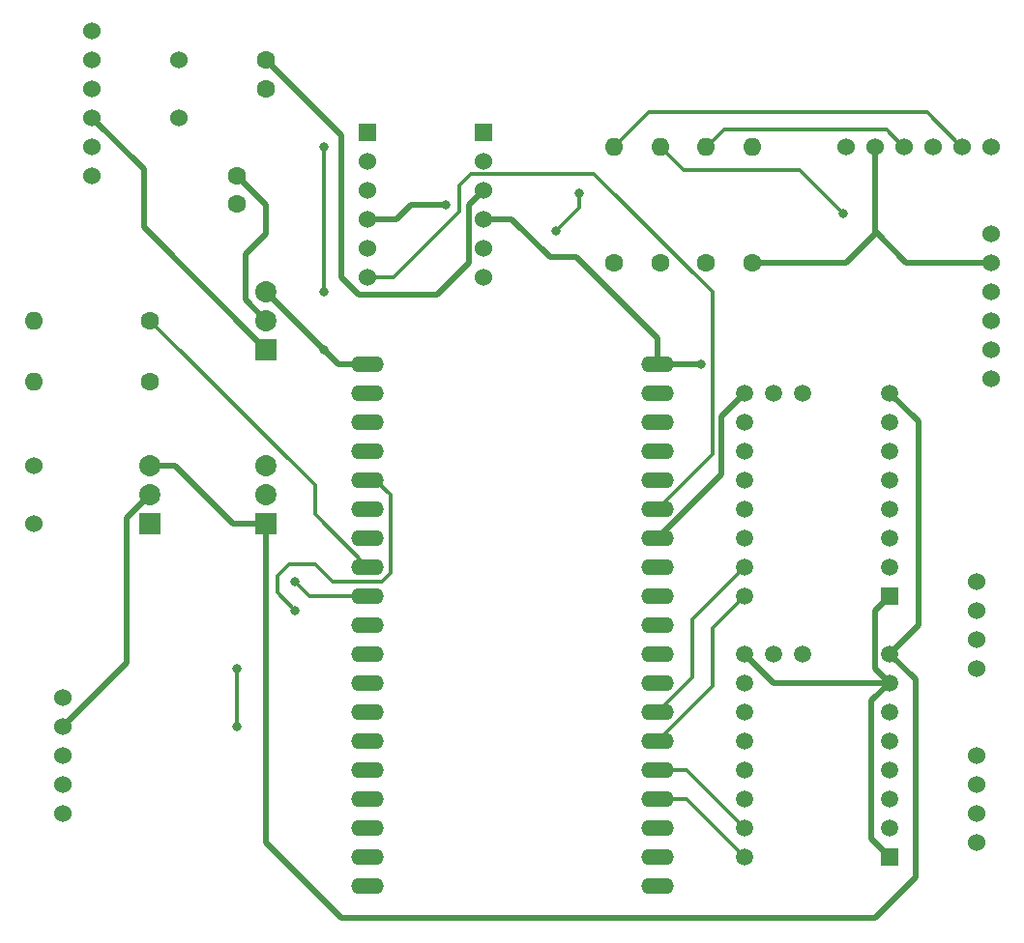
<source format=gbl>
G04 #@! TF.GenerationSoftware,KiCad,Pcbnew,7.0.5*
G04 #@! TF.CreationDate,2024-04-09T17:23:45-07:00*
G04 #@! TF.ProjectId,ClinicV12,436c696e-6963-4563-9132-2e6b69636164,rev?*
G04 #@! TF.SameCoordinates,Original*
G04 #@! TF.FileFunction,Copper,L2,Bot*
G04 #@! TF.FilePolarity,Positive*
%FSLAX46Y46*%
G04 Gerber Fmt 4.6, Leading zero omitted, Abs format (unit mm)*
G04 Created by KiCad (PCBNEW 7.0.5) date 2024-04-09 17:23:45*
%MOMM*%
%LPD*%
G01*
G04 APERTURE LIST*
G04 #@! TA.AperFunction,ComponentPad*
%ADD10R,1.508000X1.508000*%
G04 #@! TD*
G04 #@! TA.AperFunction,ComponentPad*
%ADD11C,1.508000*%
G04 #@! TD*
G04 #@! TA.AperFunction,ComponentPad*
%ADD12R,1.860000X1.860000*%
G04 #@! TD*
G04 #@! TA.AperFunction,ComponentPad*
%ADD13C,1.860000*%
G04 #@! TD*
G04 #@! TA.AperFunction,ComponentPad*
%ADD14C,1.524000*%
G04 #@! TD*
G04 #@! TA.AperFunction,ComponentPad*
%ADD15C,1.600000*%
G04 #@! TD*
G04 #@! TA.AperFunction,ComponentPad*
%ADD16O,1.600000X1.600000*%
G04 #@! TD*
G04 #@! TA.AperFunction,ComponentPad*
%ADD17O,2.844800X1.422400*%
G04 #@! TD*
G04 #@! TA.AperFunction,ComponentPad*
%ADD18R,1.524000X1.524000*%
G04 #@! TD*
G04 #@! TA.AperFunction,ViaPad*
%ADD19C,0.800000*%
G04 #@! TD*
G04 #@! TA.AperFunction,Conductor*
%ADD20C,0.500000*%
G04 #@! TD*
G04 #@! TA.AperFunction,Conductor*
%ADD21C,0.300000*%
G04 #@! TD*
G04 APERTURE END LIST*
D10*
X193562000Y-141464000D03*
D11*
X193562000Y-138924000D03*
X193562000Y-136384000D03*
X193562000Y-133844000D03*
X193562000Y-131304000D03*
X193562000Y-128764000D03*
X193562000Y-126224000D03*
X193562000Y-123684000D03*
X180862000Y-141464000D03*
X180862000Y-138924000D03*
X180862000Y-136384000D03*
X180862000Y-133844000D03*
X180862000Y-131304000D03*
X180862000Y-128764000D03*
X180862000Y-126224000D03*
X180862000Y-123684000D03*
X185942000Y-123684000D03*
X183402000Y-123684000D03*
D12*
X138952000Y-97014000D03*
D13*
X138952000Y-94474000D03*
X138952000Y-91934000D03*
D14*
X121172000Y-127494000D03*
X121172000Y-130034000D03*
X121172000Y-132574000D03*
X121172000Y-135114000D03*
X121172000Y-137654000D03*
D15*
X138952000Y-74154000D03*
X138952000Y-71654000D03*
D14*
X202452000Y-86854000D03*
X202452000Y-89394000D03*
X202452000Y-91934000D03*
X202452000Y-94474000D03*
X202452000Y-97014000D03*
X202452000Y-99554000D03*
D15*
X169432000Y-89394000D03*
D16*
X169432000Y-79234000D03*
D14*
X189752000Y-79234000D03*
X192292000Y-79234000D03*
X194832000Y-79234000D03*
X197372000Y-79234000D03*
X199912000Y-79234000D03*
X202452000Y-79234000D03*
D12*
X138952000Y-112254000D03*
D13*
X138952000Y-109714000D03*
X138952000Y-107174000D03*
D12*
X128792000Y-112254000D03*
D13*
X128792000Y-109714000D03*
X128792000Y-107174000D03*
D14*
X201182000Y-117334000D03*
X201182000Y-119874000D03*
X201182000Y-122414000D03*
X201182000Y-124954000D03*
D17*
X147842000Y-98284000D03*
X147842000Y-100824000D03*
X147842000Y-131304000D03*
X173242000Y-98284000D03*
X173242000Y-113524000D03*
X173242000Y-131304000D03*
X173242000Y-133844000D03*
X173242000Y-128764000D03*
X173242000Y-121144000D03*
X173242000Y-144004000D03*
X173242000Y-141464000D03*
X173242000Y-138924000D03*
X147842000Y-136384000D03*
X147842000Y-138924000D03*
X147842000Y-141464000D03*
X147842000Y-128764000D03*
X147842000Y-133844000D03*
X147842000Y-126224000D03*
X173242000Y-136384000D03*
X173242000Y-126224000D03*
X173242000Y-123684000D03*
X173242000Y-118604000D03*
X173242000Y-116064000D03*
X173242000Y-110984000D03*
X173242000Y-103364000D03*
X173242000Y-100824000D03*
X147842000Y-118604000D03*
X147842000Y-121144000D03*
X147842000Y-123684000D03*
X147842000Y-113524000D03*
X147842000Y-116064000D03*
X147842000Y-108444000D03*
X147842000Y-110984000D03*
X147842000Y-103364000D03*
X147842000Y-105904000D03*
X173242000Y-108444000D03*
X173242000Y-105904000D03*
X147842000Y-144004000D03*
D15*
X128792000Y-94474000D03*
D16*
X118632000Y-94474000D03*
D10*
X193562000Y-118604000D03*
D11*
X193562000Y-116064000D03*
X193562000Y-113524000D03*
X193562000Y-110984000D03*
X193562000Y-108444000D03*
X193562000Y-105904000D03*
X193562000Y-103364000D03*
X193562000Y-100824000D03*
X180862000Y-118604000D03*
X180862000Y-116064000D03*
X180862000Y-113524000D03*
X180862000Y-110984000D03*
X180862000Y-108444000D03*
X180862000Y-105904000D03*
X180862000Y-103364000D03*
X180862000Y-100824000D03*
X185942000Y-100824000D03*
X183402000Y-100824000D03*
D14*
X123712000Y-81774000D03*
X123712000Y-79234000D03*
X123712000Y-76694000D03*
X123712000Y-74154000D03*
X123712000Y-71614000D03*
X123712000Y-69074000D03*
D15*
X173482000Y-89394000D03*
D16*
X173482000Y-79234000D03*
D15*
X177532000Y-89394000D03*
D16*
X177532000Y-79234000D03*
D15*
X136412000Y-84274000D03*
X136412000Y-81774000D03*
X128792000Y-99808000D03*
D16*
X118632000Y-99808000D03*
D14*
X131332000Y-76694000D03*
X131332000Y-71614000D03*
X118632000Y-112254000D03*
X118632000Y-107174000D03*
D15*
X181582000Y-89394000D03*
D16*
X181582000Y-79234000D03*
D14*
X158002000Y-85584000D03*
X147842000Y-85584000D03*
X158002000Y-83044000D03*
D18*
X158002000Y-77964000D03*
D14*
X158002000Y-80504000D03*
X158002000Y-88124000D03*
X158002000Y-90664000D03*
X147842000Y-83044000D03*
D18*
X147842000Y-77964000D03*
D14*
X147842000Y-80504000D03*
X147842000Y-88124000D03*
X147842000Y-90664000D03*
X201182000Y-132574000D03*
X201182000Y-135114000D03*
X201182000Y-137654000D03*
X201182000Y-140194000D03*
D19*
X177052500Y-98298000D03*
X154686000Y-84328000D03*
X144032000Y-97014000D03*
X189484000Y-85090000D03*
X164338000Y-86614000D03*
X166370000Y-83312000D03*
X136412000Y-130034000D03*
X136412000Y-124954000D03*
X141492000Y-119874000D03*
X144032000Y-91934000D03*
X141492000Y-117334000D03*
X144032000Y-79234000D03*
D20*
X137160000Y-88646000D02*
X137160000Y-92682000D01*
X192292000Y-119874000D02*
X192292000Y-124954000D01*
X166130000Y-88900000D02*
X173242000Y-96012000D01*
X193562000Y-126224000D02*
X193548000Y-126238000D01*
X192292000Y-124954000D02*
X193562000Y-126224000D01*
X126746000Y-124460000D02*
X126746000Y-111760000D01*
X178816000Y-107950000D02*
X178816000Y-102870000D01*
X173242000Y-96012000D02*
X173242000Y-98284000D01*
X178816000Y-102870000D02*
X180862000Y-100824000D01*
X154672000Y-84314000D02*
X154686000Y-84328000D01*
X183416000Y-126238000D02*
X180862000Y-123684000D01*
X173242000Y-113524000D02*
X178816000Y-107950000D01*
X192002050Y-127783950D02*
X192002050Y-139904050D01*
X150382000Y-85584000D02*
X151652000Y-84314000D01*
X192002050Y-139904050D02*
X193562000Y-141464000D01*
X160514000Y-85584000D02*
X163830000Y-88900000D01*
X193548000Y-126238000D02*
X183416000Y-126238000D01*
X193562000Y-126224000D02*
X192002050Y-127783950D01*
X151652000Y-84314000D02*
X154672000Y-84314000D01*
X193562000Y-118604000D02*
X192292000Y-119874000D01*
X137160000Y-92682000D02*
X138952000Y-94474000D01*
X121172000Y-130034000D02*
X126746000Y-124460000D01*
X163830000Y-88900000D02*
X166130000Y-88900000D01*
X173256000Y-98298000D02*
X173242000Y-98284000D01*
X138952000Y-86854000D02*
X137160000Y-88646000D01*
X147842000Y-85584000D02*
X150382000Y-85584000D01*
X126746000Y-111760000D02*
X128792000Y-109714000D01*
X177052500Y-98298000D02*
X173256000Y-98298000D01*
X138952000Y-84314000D02*
X138952000Y-86854000D01*
X136412000Y-81774000D02*
X138952000Y-84314000D01*
X158002000Y-85584000D02*
X160514000Y-85584000D01*
X195058000Y-89394000D02*
X192292000Y-86628000D01*
X145542000Y-78244000D02*
X145542000Y-90678000D01*
X192292000Y-79234000D02*
X192292000Y-86854000D01*
X128270000Y-81252000D02*
X123712000Y-76694000D01*
X156732000Y-89394000D02*
X156732000Y-84314000D01*
X128270000Y-86332000D02*
X128270000Y-81252000D01*
X138952000Y-97014000D02*
X128270000Y-86332000D01*
X156732000Y-84314000D02*
X158002000Y-83044000D01*
X145542000Y-90678000D02*
X147066000Y-92202000D01*
X147066000Y-92202000D02*
X153924000Y-92202000D01*
X192292000Y-86628000D02*
X192292000Y-79234000D01*
X189752000Y-89394000D02*
X181582000Y-89394000D01*
X192292000Y-86854000D02*
X189752000Y-89394000D01*
X202452000Y-89394000D02*
X195058000Y-89394000D01*
X138952000Y-71654000D02*
X145542000Y-78244000D01*
X153924000Y-92202000D02*
X156732000Y-89394000D01*
X147842000Y-98284000D02*
X145302000Y-98284000D01*
X144032000Y-97014000D02*
X145302000Y-98284000D01*
X144032000Y-97014000D02*
X138952000Y-91934000D01*
X192278000Y-146812000D02*
X145570000Y-146812000D01*
X145570000Y-146812000D02*
X138952000Y-140194000D01*
X131050000Y-107174000D02*
X128792000Y-107174000D01*
X138952000Y-140194000D02*
X138952000Y-112254000D01*
X193562000Y-123684000D02*
X195834000Y-125956000D01*
X195834000Y-143256000D02*
X192278000Y-146812000D01*
X196088000Y-121158000D02*
X193562000Y-123684000D01*
X138952000Y-112254000D02*
X136130000Y-112254000D01*
X196088000Y-103350000D02*
X196088000Y-121158000D01*
X195834000Y-125956000D02*
X195834000Y-143256000D01*
X193562000Y-100824000D02*
X196088000Y-103350000D01*
X136130000Y-112254000D02*
X131050000Y-107174000D01*
D21*
X128792000Y-94474000D02*
X143256000Y-108938000D01*
X143256000Y-111478000D02*
X147842000Y-116064000D01*
X143256000Y-108938000D02*
X143256000Y-111478000D01*
X172466000Y-76200000D02*
X169432000Y-79234000D01*
X196850000Y-76200000D02*
X172466000Y-76200000D01*
X199884000Y-79234000D02*
X196850000Y-76200000D01*
X199912000Y-79234000D02*
X199884000Y-79234000D01*
X189484000Y-85090000D02*
X185674000Y-81280000D01*
X185674000Y-81280000D02*
X175528000Y-81280000D01*
X175528000Y-81280000D02*
X173482000Y-79234000D01*
X179070000Y-77724000D02*
X177560000Y-79234000D01*
X194832000Y-79234000D02*
X194804000Y-79234000D01*
X177560000Y-79234000D02*
X177532000Y-79234000D01*
X194804000Y-79234000D02*
X193294000Y-77724000D01*
X166370000Y-83312000D02*
X166370000Y-84582000D01*
X193294000Y-77724000D02*
X179070000Y-77724000D01*
X166370000Y-84582000D02*
X164338000Y-86614000D01*
X149860000Y-116586000D02*
X149098000Y-117348000D01*
X144780000Y-117348000D02*
X143256000Y-115824000D01*
X149098000Y-117348000D02*
X144780000Y-117348000D01*
X139954000Y-116840000D02*
X139954000Y-118336000D01*
X136412000Y-130034000D02*
X136412000Y-124954000D01*
X139954000Y-118336000D02*
X141492000Y-119874000D01*
X149860000Y-109728000D02*
X149860000Y-116586000D01*
X148576000Y-108444000D02*
X149860000Y-109728000D01*
X143256000Y-115824000D02*
X140970000Y-115824000D01*
X140970000Y-115824000D02*
X139954000Y-116840000D01*
X147842000Y-108444000D02*
X148576000Y-108444000D01*
X178054000Y-121412000D02*
X180862000Y-118604000D01*
X173242000Y-131304000D02*
X178054000Y-126492000D01*
X178054000Y-126492000D02*
X178054000Y-121412000D01*
X175782000Y-133844000D02*
X180862000Y-138924000D01*
X173242000Y-133844000D02*
X175782000Y-133844000D01*
X180862000Y-116064000D02*
X176276000Y-120650000D01*
X176276000Y-120650000D02*
X176276000Y-125730000D01*
X176276000Y-125730000D02*
X173242000Y-128764000D01*
X173242000Y-136384000D02*
X175782000Y-136384000D01*
X175782000Y-136384000D02*
X180862000Y-141464000D01*
X156890000Y-81616000D02*
X167722000Y-81616000D01*
X167722000Y-81616000D02*
X178054000Y-91948000D01*
X178054000Y-91948000D02*
X178054000Y-106172000D01*
X155883472Y-84908528D02*
X155883472Y-82622528D01*
X147842000Y-90664000D02*
X150128000Y-90664000D01*
X178054000Y-106172000D02*
X173242000Y-110984000D01*
X155883472Y-82622528D02*
X156890000Y-81616000D01*
X150128000Y-90664000D02*
X155883472Y-84908528D01*
X144032000Y-79234000D02*
X144032000Y-91934000D01*
X141492000Y-117334000D02*
X142762000Y-118604000D01*
X142762000Y-118604000D02*
X147842000Y-118604000D01*
M02*

</source>
